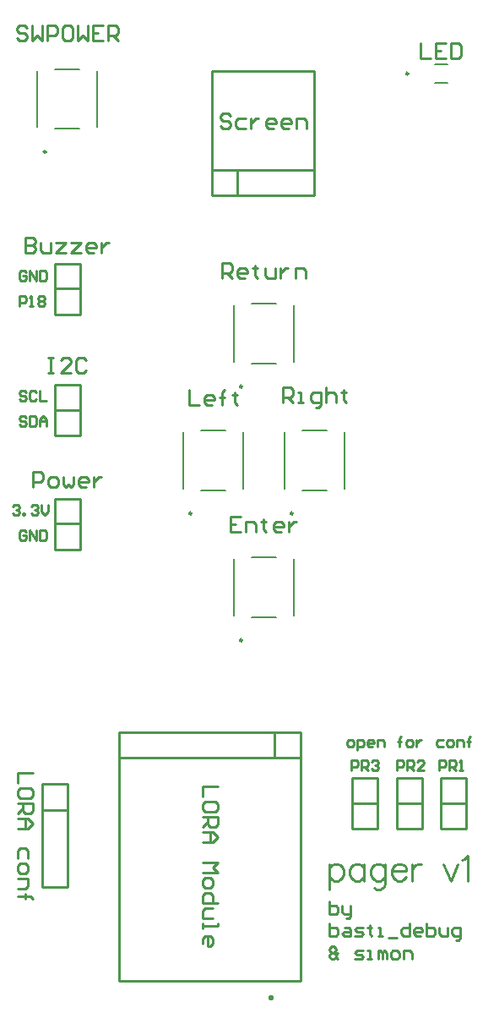
<source format=gto>
G04*
G04 #@! TF.GenerationSoftware,Altium Limited,Altium Designer,23.3.1 (30)*
G04*
G04 Layer_Color=65535*
%FSLAX25Y25*%
%MOIN*%
G70*
G04*
G04 #@! TF.SameCoordinates,3938952C-0909-4C2D-B6D7-9D2AFB1CA47D*
G04*
G04*
G04 #@! TF.FilePolarity,Positive*
G04*
G01*
G75*
%ADD10C,0.00984*%
%ADD11C,0.01000*%
%ADD12C,0.00787*%
D10*
X551634Y349134D02*
G03*
X551634Y349134I-492J0D01*
G01*
X474134Y441634D02*
G03*
X474134Y441634I-492J0D01*
G01*
X531634Y299134D02*
G03*
X531634Y299134I-492J0D01*
G01*
X617205Y472500D02*
G03*
X617205Y472500I-492J0D01*
G01*
X571634Y299134D02*
G03*
X571634Y299134I-492J0D01*
G01*
X551634Y249134D02*
G03*
X551634Y249134I-492J0D01*
G01*
D11*
X539500Y434500D02*
X580000D01*
X539500Y473500D02*
X580000D01*
Y434500D02*
Y473500D01*
X539500Y434500D02*
Y473500D01*
Y424500D02*
Y434500D01*
Y424500D02*
X580000D01*
Y434500D01*
X539500D02*
X580000D01*
X549698Y424500D02*
Y434500D01*
X482500Y152000D02*
Y192500D01*
X472500D02*
X482500D01*
X472500Y152000D02*
Y192500D01*
Y152000D02*
X482500D01*
X472500Y182302D02*
X482500D01*
X595000Y175000D02*
Y195000D01*
X605000Y175000D02*
Y195000D01*
X595000Y175000D02*
X605000D01*
X595000Y195000D02*
X605000D01*
X595000Y184802D02*
X605000D01*
X477500Y339802D02*
X487500D01*
X477500Y350000D02*
X487500D01*
X477500Y330000D02*
X487500D01*
Y350000D01*
X477500Y330000D02*
Y350000D01*
Y387698D02*
X487500D01*
X477500Y377500D02*
X487500D01*
X477500Y397500D02*
X487500D01*
X477500Y377500D02*
Y397500D01*
X487500Y377500D02*
Y397500D01*
X477500Y295198D02*
X487500D01*
X477500Y285000D02*
X487500D01*
X477500Y305000D02*
X487500D01*
X477500Y285000D02*
Y305000D01*
X487500Y285000D02*
Y305000D01*
X564302Y203000D02*
Y213000D01*
X503000Y203000D02*
X574500D01*
X503000D02*
Y213000D01*
X574500D01*
Y203000D02*
Y213000D01*
Y115000D02*
Y203000D01*
X503000Y115000D02*
Y203000D01*
Y115000D02*
X574500D01*
X503000Y203000D02*
X574500D01*
X630000Y184802D02*
X640000D01*
X630000Y195000D02*
X640000D01*
X630000Y175000D02*
X640000D01*
Y195000D01*
X630000Y175000D02*
Y195000D01*
X612500Y184802D02*
X622500D01*
X612500Y195000D02*
X622500D01*
X612500Y175000D02*
X622500D01*
Y195000D01*
X612500Y175000D02*
Y195000D01*
X546999Y455998D02*
X545999Y456998D01*
X544000D01*
X543000Y455998D01*
Y454999D01*
X544000Y453999D01*
X545999D01*
X546999Y452999D01*
Y452000D01*
X545999Y451000D01*
X544000D01*
X543000Y452000D01*
X552997Y454999D02*
X549998D01*
X548998Y453999D01*
Y452000D01*
X549998Y451000D01*
X552997D01*
X554996Y454999D02*
Y451000D01*
Y452999D01*
X555996Y453999D01*
X556995Y454999D01*
X557995D01*
X563993Y451000D02*
X561994D01*
X560994Y452000D01*
Y453999D01*
X561994Y454999D01*
X563993D01*
X564993Y453999D01*
Y452999D01*
X560994D01*
X569991Y451000D02*
X567992D01*
X566992Y452000D01*
Y453999D01*
X567992Y454999D01*
X569991D01*
X570991Y453999D01*
Y452999D01*
X566992D01*
X572990Y451000D02*
Y454999D01*
X575989D01*
X576989Y453999D01*
Y451000D01*
X586000Y146165D02*
Y141166D01*
X588499D01*
X589332Y141999D01*
Y142832D01*
Y143665D01*
X588499Y144498D01*
X586000D01*
X590998D02*
Y141999D01*
X591831Y141166D01*
X594331D01*
Y140333D01*
X593498Y139500D01*
X592664D01*
X594331Y141166D02*
Y144498D01*
X593666Y207333D02*
X594999D01*
X595666Y207999D01*
Y209332D01*
X594999Y209999D01*
X593666D01*
X593000Y209332D01*
Y207999D01*
X593666Y207333D01*
X596999Y206000D02*
Y209999D01*
X598998D01*
X599664Y209332D01*
Y207999D01*
X598998Y207333D01*
X596999D01*
X602997D02*
X601664D01*
X600997Y207999D01*
Y209332D01*
X601664Y209999D01*
X602997D01*
X603663Y209332D01*
Y208666D01*
X600997D01*
X604996Y207333D02*
Y209999D01*
X606995D01*
X607662Y209332D01*
Y207333D01*
X613660D02*
Y210665D01*
Y209332D01*
X612993D01*
X614326D01*
X613660D01*
Y210665D01*
X614326Y211332D01*
X616992Y207333D02*
X618325D01*
X618992Y207999D01*
Y209332D01*
X618325Y209999D01*
X616992D01*
X616326Y209332D01*
Y207999D01*
X616992Y207333D01*
X620325Y209999D02*
Y207333D01*
Y208666D01*
X620991Y209332D01*
X621657Y209999D01*
X622324D01*
X630988D02*
X628988D01*
X628322Y209332D01*
Y207999D01*
X628988Y207333D01*
X630988D01*
X632987D02*
X634320D01*
X634986Y207999D01*
Y209332D01*
X634320Y209999D01*
X632987D01*
X632321Y209332D01*
Y207999D01*
X632987Y207333D01*
X636319D02*
Y209999D01*
X638319D01*
X638985Y209332D01*
Y207333D01*
X640984D02*
Y210665D01*
Y209332D01*
X640318D01*
X641651D01*
X640984D01*
Y210665D01*
X641651Y211332D01*
X466166Y291832D02*
X465499Y292499D01*
X464166D01*
X463500Y291832D01*
Y289166D01*
X464166Y288500D01*
X465499D01*
X466166Y289166D01*
Y290499D01*
X464833D01*
X467499Y288500D02*
Y292499D01*
X470164Y288500D01*
Y292499D01*
X471497D02*
Y288500D01*
X473497D01*
X474163Y289166D01*
Y291832D01*
X473497Y292499D01*
X471497D01*
X461000Y301832D02*
X461666Y302499D01*
X462999D01*
X463666Y301832D01*
Y301166D01*
X462999Y300499D01*
X462333D01*
X462999D01*
X463666Y299833D01*
Y299166D01*
X462999Y298500D01*
X461666D01*
X461000Y299166D01*
X464999Y298500D02*
Y299166D01*
X465665D01*
Y298500D01*
X464999D01*
X468331Y301832D02*
X468997Y302499D01*
X470330D01*
X470997Y301832D01*
Y301166D01*
X470330Y300499D01*
X469664D01*
X470330D01*
X470997Y299833D01*
Y299166D01*
X470330Y298500D01*
X468997D01*
X468331Y299166D01*
X472330Y302499D02*
Y299833D01*
X473663Y298500D01*
X474996Y299833D01*
Y302499D01*
X466166Y336832D02*
X465499Y337499D01*
X464166D01*
X463500Y336832D01*
Y336166D01*
X464166Y335499D01*
X465499D01*
X466166Y334833D01*
Y334166D01*
X465499Y333500D01*
X464166D01*
X463500Y334166D01*
X467499Y337499D02*
Y333500D01*
X469498D01*
X470164Y334166D01*
Y336832D01*
X469498Y337499D01*
X467499D01*
X471497Y333500D02*
Y336166D01*
X472830Y337499D01*
X474163Y336166D01*
Y333500D01*
Y335499D01*
X471497D01*
X466166Y346832D02*
X465499Y347499D01*
X464166D01*
X463500Y346832D01*
Y346166D01*
X464166Y345499D01*
X465499D01*
X466166Y344833D01*
Y344166D01*
X465499Y343500D01*
X464166D01*
X463500Y344166D01*
X470164Y346832D02*
X469498Y347499D01*
X468165D01*
X467499Y346832D01*
Y344166D01*
X468165Y343500D01*
X469498D01*
X470164Y344166D01*
X471497Y347499D02*
Y343500D01*
X474163D01*
X463500Y381000D02*
Y384999D01*
X465499D01*
X466166Y384332D01*
Y382999D01*
X465499Y382333D01*
X463500D01*
X467499Y381000D02*
X468832D01*
X468165D01*
Y384999D01*
X467499Y384332D01*
X470831D02*
X471497Y384999D01*
X472830D01*
X473497Y384332D01*
Y383666D01*
X472830Y382999D01*
X473497Y382333D01*
Y381666D01*
X472830Y381000D01*
X471497D01*
X470831Y381666D01*
Y382333D01*
X471497Y382999D01*
X470831Y383666D01*
Y384332D01*
X471497Y382999D02*
X472830D01*
X466166Y394332D02*
X465499Y394999D01*
X464166D01*
X463500Y394332D01*
Y391666D01*
X464166Y391000D01*
X465499D01*
X466166Y391666D01*
Y392999D01*
X464833D01*
X467499Y391000D02*
Y394999D01*
X470164Y391000D01*
Y394999D01*
X471497D02*
Y391000D01*
X473497D01*
X474163Y391666D01*
Y394332D01*
X473497Y394999D01*
X471497D01*
X589332Y123500D02*
X588499Y124333D01*
X587666Y123500D01*
X586833D01*
X586000Y124333D01*
Y125166D01*
X586833Y125999D01*
X586000Y126832D01*
Y127665D01*
X586833Y128498D01*
X587666D01*
X588499Y127665D01*
Y126832D01*
X587666Y125999D01*
X588499Y125166D01*
Y124333D01*
X589332Y125999D02*
X588499Y125166D01*
X586833Y125999D02*
X587666D01*
X595997Y123500D02*
X598496D01*
X599329Y124333D01*
X598496Y125166D01*
X596830D01*
X595997Y125999D01*
X596830Y126832D01*
X599329D01*
X600995Y123500D02*
X602661D01*
X601828D01*
Y126832D01*
X600995D01*
X605161Y123500D02*
Y126832D01*
X605994D01*
X606827Y125999D01*
Y123500D01*
Y125999D01*
X607660Y126832D01*
X608493Y125999D01*
Y123500D01*
X610992D02*
X612658D01*
X613491Y124333D01*
Y125999D01*
X612658Y126832D01*
X610992D01*
X610159Y125999D01*
Y124333D01*
X610992Y123500D01*
X615157D02*
Y126832D01*
X617656D01*
X618490Y125999D01*
Y123500D01*
X586000Y137664D02*
Y132666D01*
X588499D01*
X589332Y133499D01*
Y134332D01*
Y135165D01*
X588499Y135998D01*
X586000D01*
X591831D02*
X593498D01*
X594331Y135165D01*
Y132666D01*
X591831D01*
X590998Y133499D01*
X591831Y134332D01*
X594331D01*
X595997Y132666D02*
X598496D01*
X599329Y133499D01*
X598496Y134332D01*
X596830D01*
X595997Y135165D01*
X596830Y135998D01*
X599329D01*
X601828Y136831D02*
Y135998D01*
X600995D01*
X602661D01*
X601828D01*
Y133499D01*
X602661Y132666D01*
X605161D02*
X606827D01*
X605994D01*
Y135998D01*
X605161D01*
X609326Y131833D02*
X612658D01*
X617656Y137664D02*
Y132666D01*
X615157D01*
X614324Y133499D01*
Y135165D01*
X615157Y135998D01*
X617656D01*
X621822Y132666D02*
X620156D01*
X619322Y133499D01*
Y135165D01*
X620156Y135998D01*
X621822D01*
X622655Y135165D01*
Y134332D01*
X619322D01*
X624321Y137664D02*
Y132666D01*
X626820D01*
X627653Y133499D01*
Y134332D01*
Y135165D01*
X626820Y135998D01*
X624321D01*
X629319D02*
Y133499D01*
X630152Y132666D01*
X632652D01*
Y135998D01*
X635984Y131000D02*
X636817D01*
X637650Y131833D01*
Y135998D01*
X635151D01*
X634318Y135165D01*
Y133499D01*
X635151Y132666D01*
X637650D01*
X586000Y160998D02*
Y151000D01*
Y159570D02*
X586952Y160522D01*
X587904Y160998D01*
X589333D01*
X590285Y160522D01*
X591237Y159570D01*
X591713Y158141D01*
Y157189D01*
X591237Y155761D01*
X590285Y154809D01*
X589333Y154333D01*
X587904D01*
X586952Y154809D01*
X586000Y155761D01*
X599569Y160998D02*
Y154333D01*
Y159570D02*
X598616Y160522D01*
X597664Y160998D01*
X596236D01*
X595284Y160522D01*
X594332Y159570D01*
X593855Y158141D01*
Y157189D01*
X594332Y155761D01*
X595284Y154809D01*
X596236Y154333D01*
X597664D01*
X598616Y154809D01*
X599569Y155761D01*
X607948Y160998D02*
Y153380D01*
X607472Y151952D01*
X606995Y151476D01*
X606043Y151000D01*
X604615D01*
X603663Y151476D01*
X607948Y159570D02*
X606995Y160522D01*
X606043Y160998D01*
X604615D01*
X603663Y160522D01*
X602711Y159570D01*
X602235Y158141D01*
Y157189D01*
X602711Y155761D01*
X603663Y154809D01*
X604615Y154333D01*
X606043D01*
X606995Y154809D01*
X607948Y155761D01*
X610614Y158141D02*
X616327D01*
Y159093D01*
X615851Y160046D01*
X615375Y160522D01*
X614423Y160998D01*
X612994D01*
X612042Y160522D01*
X611090Y159570D01*
X610614Y158141D01*
Y157189D01*
X611090Y155761D01*
X612042Y154809D01*
X612994Y154333D01*
X614423D01*
X615375Y154809D01*
X616327Y155761D01*
X618469Y160998D02*
Y154333D01*
Y158141D02*
X618945Y159570D01*
X619898Y160522D01*
X620850Y160998D01*
X622278D01*
X631038D02*
X633894Y154333D01*
X636751Y160998D02*
X633894Y154333D01*
X638370Y162426D02*
X639322Y162902D01*
X640750Y164330D01*
Y154333D01*
X541998Y191500D02*
X536000D01*
Y187501D01*
X541998Y182503D02*
Y184502D01*
X540998Y185502D01*
X537000D01*
X536000Y184502D01*
Y182503D01*
X537000Y181503D01*
X540998D01*
X541998Y182503D01*
X536000Y179504D02*
X541998D01*
Y176505D01*
X540998Y175505D01*
X538999D01*
X537999Y176505D01*
Y179504D01*
Y177505D02*
X536000Y175505D01*
Y173506D02*
X539999D01*
X541998Y171507D01*
X539999Y169507D01*
X536000D01*
X538999D01*
Y173506D01*
X536000Y161510D02*
X541998D01*
X539999Y159510D01*
X541998Y157511D01*
X536000D01*
Y154512D02*
Y152513D01*
X537000Y151513D01*
X538999D01*
X539999Y152513D01*
Y154512D01*
X538999Y155512D01*
X537000D01*
X536000Y154512D01*
X541998Y145515D02*
X536000D01*
Y148514D01*
X537000Y149514D01*
X538999D01*
X539999Y148514D01*
Y145515D01*
Y143516D02*
X537000D01*
X536000Y142516D01*
Y139517D01*
X539999D01*
X536000Y137517D02*
Y135518D01*
Y136518D01*
X541998D01*
Y137517D01*
X536000Y129520D02*
Y131519D01*
X537000Y132519D01*
X538999D01*
X539999Y131519D01*
Y129520D01*
X538999Y128520D01*
X537999D01*
Y132519D01*
X468999Y196992D02*
X463001D01*
Y192993D01*
X468999Y187995D02*
Y189994D01*
X467999Y190994D01*
X464001D01*
X463001Y189994D01*
Y187995D01*
X464001Y186995D01*
X467999D01*
X468999Y187995D01*
X463001Y184996D02*
X468999D01*
Y181997D01*
X467999Y180997D01*
X466000D01*
X465000Y181997D01*
Y184996D01*
Y182996D02*
X463001Y180997D01*
Y178998D02*
X467000D01*
X468999Y176998D01*
X467000Y174999D01*
X463001D01*
X466000D01*
Y178998D01*
X467000Y163003D02*
Y166002D01*
X466000Y167002D01*
X464001D01*
X463001Y166002D01*
Y163003D01*
Y160004D02*
Y158004D01*
X464001Y157005D01*
X466000D01*
X467000Y158004D01*
Y160004D01*
X466000Y161003D01*
X464001D01*
X463001Y160004D01*
Y155006D02*
X467000D01*
Y152006D01*
X466000Y151007D01*
X463001D01*
Y148008D02*
X467999D01*
X466000D01*
Y149007D01*
Y147008D01*
Y148008D01*
X467999D01*
X468999Y147008D01*
X567504Y343001D02*
Y348999D01*
X570503D01*
X571503Y347999D01*
Y346000D01*
X570503Y345000D01*
X567504D01*
X569503D02*
X571503Y343001D01*
X573502D02*
X575501D01*
X574502D01*
Y346999D01*
X573502D01*
X580500Y341001D02*
X581499D01*
X582499Y342001D01*
Y346999D01*
X579500D01*
X578501Y346000D01*
Y344000D01*
X579500Y343001D01*
X582499D01*
X584499Y348999D02*
Y343001D01*
Y346000D01*
X585498Y346999D01*
X587498D01*
X588497Y346000D01*
Y343001D01*
X591496Y347999D02*
Y346999D01*
X590497D01*
X592496D01*
X591496D01*
Y344000D01*
X592496Y343001D01*
X543505Y392001D02*
Y397999D01*
X546504D01*
X547504Y396999D01*
Y395000D01*
X546504Y394000D01*
X543505D01*
X545505D02*
X547504Y392001D01*
X552502D02*
X550503D01*
X549503Y393001D01*
Y395000D01*
X550503Y396000D01*
X552502D01*
X553502Y395000D01*
Y394000D01*
X549503D01*
X556501Y396999D02*
Y396000D01*
X555502D01*
X557501D01*
X556501D01*
Y393001D01*
X557501Y392001D01*
X560500Y396000D02*
Y393001D01*
X561500Y392001D01*
X564499D01*
Y396000D01*
X566498D02*
Y392001D01*
Y394000D01*
X567498Y395000D01*
X568497Y396000D01*
X569497D01*
X572496Y392001D02*
Y396000D01*
X575495D01*
X576495Y395000D01*
Y392001D01*
X466505Y490499D02*
X465506Y491499D01*
X463506D01*
X462506Y490499D01*
Y489500D01*
X463506Y488500D01*
X465506D01*
X466505Y487500D01*
Y486501D01*
X465506Y485501D01*
X463506D01*
X462506Y486501D01*
X468504Y491499D02*
Y485501D01*
X470504Y487500D01*
X472503Y485501D01*
Y491499D01*
X474503Y485501D02*
Y491499D01*
X477502D01*
X478501Y490499D01*
Y488500D01*
X477502Y487500D01*
X474503D01*
X483500Y491499D02*
X481500D01*
X480501Y490499D01*
Y486501D01*
X481500Y485501D01*
X483500D01*
X484499Y486501D01*
Y490499D01*
X483500Y491499D01*
X486499D02*
Y485501D01*
X488498Y487500D01*
X490497Y485501D01*
Y491499D01*
X496495D02*
X492497D01*
Y485501D01*
X496495D01*
X492497Y488500D02*
X494496D01*
X498495Y485501D02*
Y491499D01*
X501494D01*
X502493Y490499D01*
Y488500D01*
X501494Y487500D01*
X498495D01*
X500494D02*
X502493Y485501D01*
X530503Y347999D02*
Y342001D01*
X534502D01*
X539500D02*
X537501D01*
X536501Y343001D01*
Y345000D01*
X537501Y346000D01*
X539500D01*
X540500Y345000D01*
Y344000D01*
X536501D01*
X543499Y342001D02*
Y346999D01*
Y345000D01*
X542499D01*
X544498D01*
X543499D01*
Y346999D01*
X544498Y347999D01*
X548497Y346999D02*
Y346000D01*
X547498D01*
X549497D01*
X548497D01*
Y343001D01*
X549497Y342001D01*
X551003Y297999D02*
X547004D01*
Y292001D01*
X551003D01*
X547004Y295000D02*
X549004D01*
X553002Y292001D02*
Y296000D01*
X556001D01*
X557001Y295000D01*
Y292001D01*
X560000Y296999D02*
Y296000D01*
X559000D01*
X561000D01*
X560000D01*
Y293001D01*
X561000Y292001D01*
X566998D02*
X564998D01*
X563999Y293001D01*
Y295000D01*
X564998Y296000D01*
X566998D01*
X567997Y295000D01*
Y294000D01*
X563999D01*
X569997Y296000D02*
Y292001D01*
Y294000D01*
X570997Y295000D01*
X571996Y296000D01*
X572996D01*
X594668Y198001D02*
Y201999D01*
X596668D01*
X597334Y201333D01*
Y200000D01*
X596668Y199334D01*
X594668D01*
X598667Y198001D02*
Y201999D01*
X600666D01*
X601333Y201333D01*
Y200000D01*
X600666Y199334D01*
X598667D01*
X600000D02*
X601333Y198001D01*
X602666Y201333D02*
X603332Y201999D01*
X604665D01*
X605332Y201333D01*
Y200666D01*
X604665Y200000D01*
X603999D01*
X604665D01*
X605332Y199334D01*
Y198667D01*
X604665Y198001D01*
X603332D01*
X602666Y198667D01*
X612668Y198001D02*
Y201999D01*
X614668D01*
X615334Y201333D01*
Y200000D01*
X614668Y199334D01*
X612668D01*
X616667Y198001D02*
Y201999D01*
X618666D01*
X619333Y201333D01*
Y200000D01*
X618666Y199334D01*
X616667D01*
X618000D02*
X619333Y198001D01*
X623332D02*
X620666D01*
X623332Y200666D01*
Y201333D01*
X622665Y201999D01*
X621332D01*
X620666Y201333D01*
X629335Y198001D02*
Y201999D01*
X631334D01*
X632001Y201333D01*
Y200000D01*
X631334Y199334D01*
X629335D01*
X633334Y198001D02*
Y201999D01*
X635333D01*
X635999Y201333D01*
Y200000D01*
X635333Y199334D01*
X633334D01*
X634666D02*
X635999Y198001D01*
X637332D02*
X638665D01*
X637999D01*
Y201999D01*
X637332Y201333D01*
X469004Y309501D02*
Y315499D01*
X472003D01*
X473003Y314499D01*
Y312500D01*
X472003Y311500D01*
X469004D01*
X476002Y309501D02*
X478001D01*
X479001Y310501D01*
Y312500D01*
X478001Y313500D01*
X476002D01*
X475002Y312500D01*
Y310501D01*
X476002Y309501D01*
X481001Y313500D02*
Y310501D01*
X482000Y309501D01*
X483000Y310501D01*
X483999Y309501D01*
X484999Y310501D01*
Y313500D01*
X489998Y309501D02*
X487998D01*
X486999Y310501D01*
Y312500D01*
X487998Y313500D01*
X489998D01*
X490997Y312500D01*
Y311500D01*
X486999D01*
X492997Y313500D02*
Y309501D01*
Y311500D01*
X493996Y312500D01*
X494996Y313500D01*
X495996D01*
X466005Y407999D02*
Y402001D01*
X469004D01*
X470004Y403001D01*
Y404000D01*
X469004Y405000D01*
X466005D01*
X469004D01*
X470004Y406000D01*
Y406999D01*
X469004Y407999D01*
X466005D01*
X472003Y406000D02*
Y403001D01*
X473003Y402001D01*
X476002D01*
Y406000D01*
X478001D02*
X482000D01*
X478001Y402001D01*
X482000D01*
X483999Y406000D02*
X487998D01*
X483999Y402001D01*
X487998D01*
X492997D02*
X490997D01*
X489998Y403001D01*
Y405000D01*
X490997Y406000D01*
X492997D01*
X493996Y405000D01*
Y404000D01*
X489998D01*
X495996Y406000D02*
Y402001D01*
Y404000D01*
X496995Y405000D01*
X497995Y406000D01*
X498995D01*
X563453Y108951D02*
Y107951D01*
X562454D01*
Y108951D01*
X563453D01*
X622003Y484499D02*
Y478501D01*
X626001D01*
X631999Y484499D02*
X628001D01*
Y478501D01*
X631999D01*
X628001Y481500D02*
X630000D01*
X633999Y484499D02*
Y478501D01*
X636998D01*
X637997Y479501D01*
Y483499D01*
X636998Y484499D01*
X633999D01*
X475002Y360499D02*
X477002D01*
X476002D01*
Y354501D01*
X475002D01*
X477002D01*
X483999D02*
X480001D01*
X483999Y358500D01*
Y359499D01*
X483000Y360499D01*
X481001D01*
X480001Y359499D01*
X489998D02*
X488998Y360499D01*
X486999D01*
X485999Y359499D01*
Y355501D01*
X486999Y354501D01*
X488998D01*
X489998Y355501D01*
D12*
X555177Y358189D02*
X564823D01*
X571811Y358878D02*
Y381122D01*
X555177Y381811D02*
X564823D01*
X548189Y358878D02*
Y381122D01*
X477677Y450689D02*
X487323D01*
X494311Y451378D02*
Y473622D01*
X477677Y474311D02*
X487323D01*
X470689Y451378D02*
Y473622D01*
X535177Y308189D02*
X544823D01*
X551811Y308878D02*
Y331122D01*
X535177Y331811D02*
X544823D01*
X528189Y308878D02*
Y331122D01*
X627539Y468957D02*
X632461D01*
X627539Y476043D02*
X632461D01*
X575177Y308189D02*
X584823D01*
X591811Y308878D02*
Y331122D01*
X575177Y331811D02*
X584823D01*
X568189Y308878D02*
Y331122D01*
X555177Y258189D02*
X564823D01*
X571811Y258878D02*
Y281122D01*
X555177Y281811D02*
X564823D01*
X548189Y258878D02*
Y281122D01*
M02*

</source>
